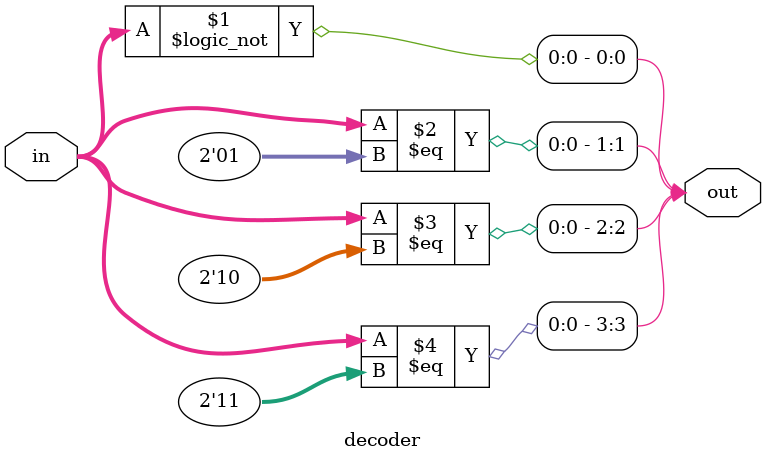
<source format=v>
`default_nettype wire
module decoder #(
parameter WIDTH = 2
) (
input [WIDTH-1:0] in,
output [(2**WIDTH)-1:0] out
);

genvar i;
generate for (i=0; i<(2**WIDTH); i=i+1) begin : gen_for_dec
assign out[i] = (in == i);
end endgenerate

endmodule
</source>
